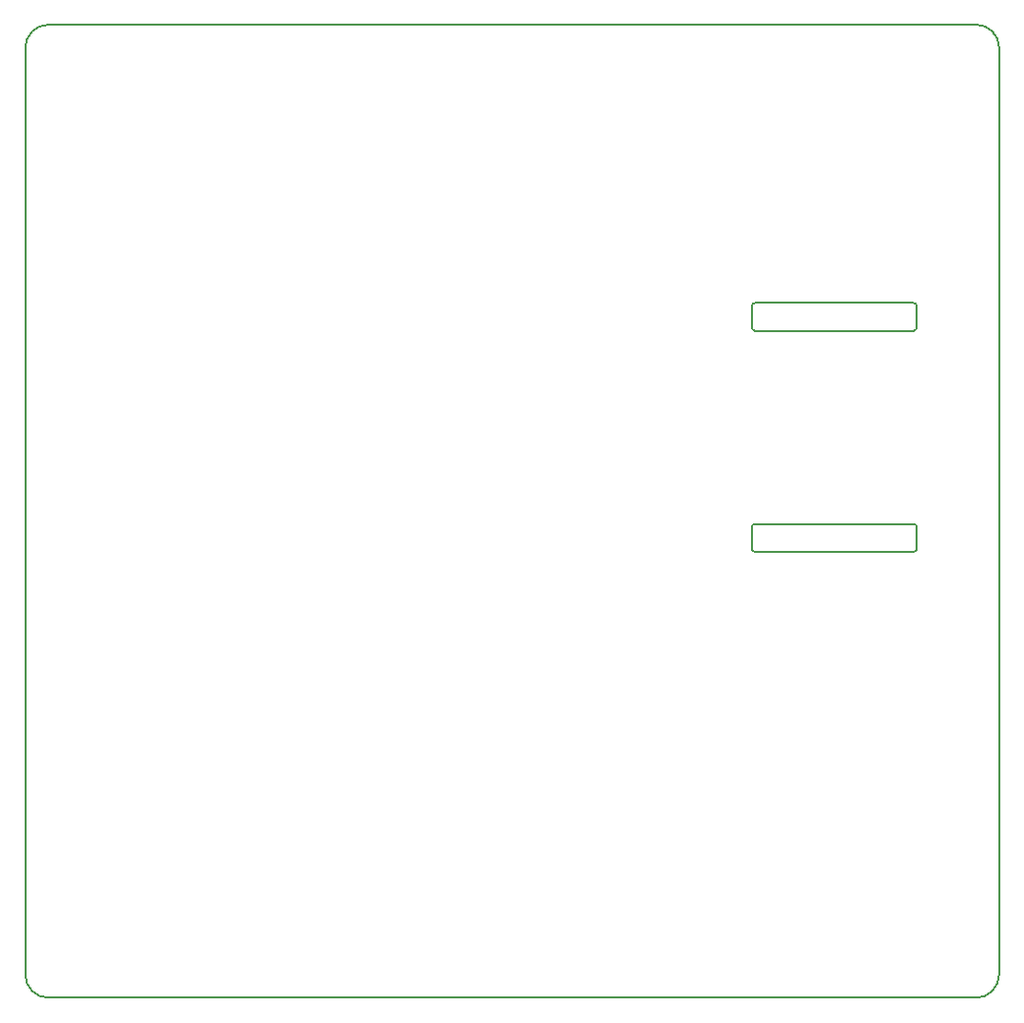
<source format=gbr>
%TF.GenerationSoftware,KiCad,Pcbnew,8.0.4*%
%TF.CreationDate,2024-09-01T19:46:59+02:00*%
%TF.ProjectId,bombopad,626f6d62-6f70-4616-942e-6b696361645f,v1.0.0*%
%TF.SameCoordinates,Original*%
%TF.FileFunction,Profile,NP*%
%FSLAX46Y46*%
G04 Gerber Fmt 4.6, Leading zero omitted, Abs format (unit mm)*
G04 Created by KiCad (PCBNEW 8.0.4) date 2024-09-01 19:46:59*
%MOMM*%
%LPD*%
G01*
G04 APERTURE LIST*
%TA.AperFunction,Profile*%
%ADD10C,0.150000*%
%TD*%
G04 APERTURE END LIST*
D10*
X100795000Y-16242000D02*
X21128000Y-16242000D01*
X102795000Y-97842000D02*
X102795000Y-18242000D01*
X102795000Y-97842000D02*
G75*
G02*
X100795000Y-99842000I-2000000J0D01*
G01*
X100795000Y-16242000D02*
G75*
G02*
X102795000Y-18242000I0J-2000000D01*
G01*
X21128000Y-99842000D02*
G75*
G02*
X19128000Y-97842000I0J2000000D01*
G01*
X19128000Y-18242000D02*
X19128000Y-97842000D01*
X19128000Y-18242000D02*
G75*
G02*
X21128000Y-16242000I2000000J0D01*
G01*
X21128000Y-99842000D02*
X100795000Y-99842000D01*
%TO.C,ROL1*%
X81528000Y-40442000D02*
X81528000Y-42242000D01*
X81828000Y-42542000D02*
X95428000Y-42542000D01*
X95428000Y-40142000D02*
X81828000Y-40142000D01*
X95728000Y-42242000D02*
X95728000Y-40442000D01*
X81528000Y-40442000D02*
G75*
G02*
X81828000Y-40142000I300000J0D01*
G01*
X81828000Y-42542000D02*
G75*
G02*
X81528000Y-42242000I0J300000D01*
G01*
X95428000Y-40142000D02*
G75*
G02*
X95728000Y-40442000I0J-300000D01*
G01*
X95728000Y-42242000D02*
G75*
G02*
X95428000Y-42542000I-300000J0D01*
G01*
%TO.C,ROL2*%
X81528000Y-59442000D02*
X81528000Y-61242000D01*
X81828000Y-61542000D02*
X95428000Y-61542000D01*
X95428000Y-59142000D02*
X81828000Y-59142000D01*
X95728000Y-61242000D02*
X95728000Y-59442000D01*
X81528000Y-59442000D02*
G75*
G02*
X81828000Y-59142000I300000J0D01*
G01*
X81828000Y-61542000D02*
G75*
G02*
X81528000Y-61242000I0J300000D01*
G01*
X95428000Y-59142000D02*
G75*
G02*
X95728000Y-59442000I0J-300000D01*
G01*
X95728000Y-61242000D02*
G75*
G02*
X95428000Y-61542000I-300000J0D01*
G01*
%TD*%
M02*

</source>
